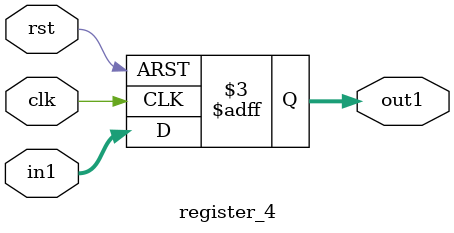
<source format=v>
`timescale 1ps/1ps

module register_4 (rst, clk, in1, out1);

 input clk, rst;

 input [3:0]  in1;

 output [3:0] out1;

 reg [3:0] out1;

 always @ (negedge rst or posedge clk) begin

    if(!rst)  out1 <= #1 4'b0000;

    else  out1 <= #1 in1;

 end

endmodule

</source>
